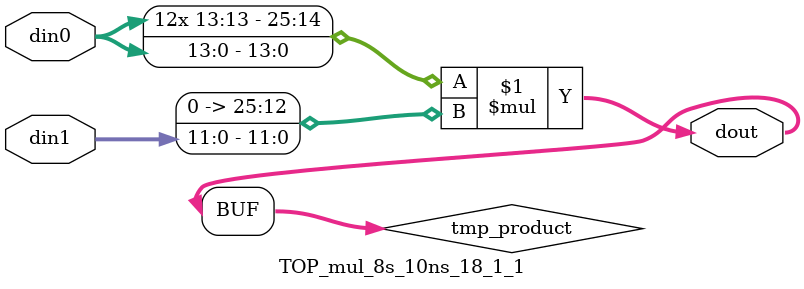
<source format=v>

`timescale 1 ns / 1 ps

  module TOP_mul_8s_10ns_18_1_1(din0, din1, dout);
parameter ID = 1;
parameter NUM_STAGE = 0;
parameter din0_WIDTH = 14;
parameter din1_WIDTH = 12;
parameter dout_WIDTH = 26;

input [din0_WIDTH - 1 : 0] din0; 
input [din1_WIDTH - 1 : 0] din1; 
output [dout_WIDTH - 1 : 0] dout;

wire signed [dout_WIDTH - 1 : 0] tmp_product;












assign tmp_product = $signed(din0) * $signed({1'b0, din1});









assign dout = tmp_product;







endmodule

</source>
